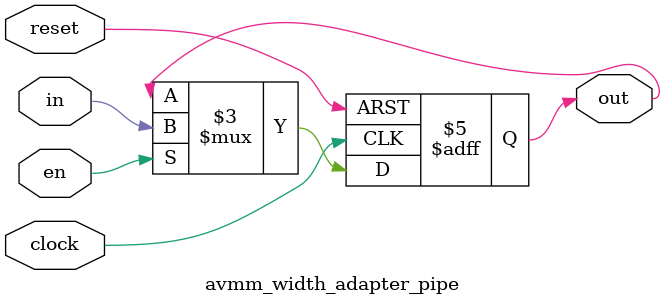
<source format=v>
/*
 * Avalon-MM Adapter Module
 * ------------------------------------------------------
 * By: Thomas Carpenter
 * For: University of Leeds & Georgia Institute of Technology
 * Date: 28th April 2015 (or earlier)
 *
 * Module Description:
 * -------------------
 *
 * This module is designed to act as an adapter to allow a slave-master pair to be connected even if the slave and master have different
 * signal requirements and data widths. The module will allow a narrow master to interface with a larger master, but also slaves and
 * masters of the same width. It does not however fully support a wide master reading from a narrow slave. The module supports connecting
 * a master that is read-only or write-only to a slave that can do both - e.g. a Read-Only DMA controller to an on-chip RAM. In the case
 * that the slave device is narrower than the master device (i.e. this modules master port is narrower than its slave port), the data that
 * is being written will be simply truncated, with only the lower bits being kept, and MSBs of reads will be padded with zeros.
 *
 * It is also possible to use this module to interface a burst capable master with a non burst capable slave in which the read address
 * of the master points to the start of the burst. All of the address incrementing is performed internally and the master is not required
 * to hold its address signal constant during the read. The bursting option only supports burst reads and cannot be enabled on an interface
 * which is no write only. Additionally the slave device must not have a wait request signal but the burst master must. Bursting is optional
 * and can be disabled using the SLAVE_BURST_MAX parameter.
 *
 * Masters that use symbol addressing instead of word addressing are also supported, however it is assumed that the addresses must be word
 * aligned meaning the lower bits are always zero. It could be possible in future to allow non-aligned addresses by internally calculating
 * the symbol aligned byte enable signals. If symbol addressing is to be used, the SLAVE_MEM_SYM_ADDRESS_WIDTH width parameter should be
 * set to the address width of the master, while the SLAVE_MEM_ADDRESS_WIDTH should be set to the word address width. If word addressing
 * is used, both parameters should be set to the same value - the word address width.
 *
 * The module when operating in a mode which can perform read operations (in BRIDGE_IS_WRITEONLY = 0), is only capable of supporting a
 * slave device which has a read latency of 1. There is no pipe-lining in the module meaning it presents also with a read latency of one
 * allowing it to be transparently inserted between the master an slave. Because of this, if there is a large difference in width between
 * the master and slave, then the maximum frequency may suffer.
 *
 *
 * Writing to Wider Master
 * -----------------------
 * 
 * There are times when it is desireable for the master to have a wider width than the slave. To accomplish this, the byte-enable signal
 * on the master is by default used to select which part to write to, with the lower bits of the slave address being used to select which
 * slave-width word in the master to write to. This works fine if byte-enables are supported.
 *
 * However in situations where it is necessary to limit the number of write transations (e.g. to external memory), or where the master
 * interface requires the byte-enable to be disabled, then things get more complicated. For WRITE-ONLY bridges, an extra mode is included
 * which uses data bursts to populate multiple words in the wider master interface with the burst data. This is then written to the master
 * either at the end of the burst (if the whole burst fits into one transaction), or as each master word becomes full.
 *
 * When using the special master burst fill mode, a single burst into the slave interface cannot produce more than a single burst on the
 * master interface. For example if the master has no burst capabilities, the slave burst/offset must fit into a single master word. If
 * the master has a burst capability, the slave burst cannot populate more than the master burst count words.
 *
 */

module avmm_width_adapter_hw #(  
    //Slave port width settings
    parameter SLAVE_MEM_SYMBOL_WIDTH      = 32,                          // The width of the Slave data bus.
    parameter SLAVE_MEM_ADDRESS_WIDTH     = 5,                           // If wider than MASTER_MEM_SYMBOL_WIDTH data will be padded on read and truncated on write
    parameter SLAVE_MEM_SYM_ADDRESS_WIDTH = SLAVE_MEM_ADDRESS_WIDTH,     // Slave address width in 'Symbols'. If the master uses symbols as address units not words, this can be used. Else its the same as below.
    parameter SLAVE_BYTE_EN_WIDTH         = (SLAVE_MEM_SYMBOL_WIDTH/8),  // Must be: (SLAVE_MEM_SYMBOL_WIDTH/BITS_IN_BYTE)

    //Master port width settings                                         
    parameter MASTER_MEM_SYMBOL_WIDTH     = 128,                         // The width of the Master data bus. Must be (SLAVE_MEM_SYMBOL_WIDTH * 2^n), where n is some non-negative integer (including zero)
    parameter MASTER_MEM_ADDRESS_WIDTH    = 3,                           // Width of the Master address signal in 'Words' - Must be >=0 (if 0, then the master address signal is unused)
    parameter MASTER_BYTE_EN_WIDTH        = (MASTER_MEM_SYMBOL_WIDTH/8), // Must be: (MASTER_MEM_SYMBOL_WIDTH/BITS_IN_BYTE)

    //By default the packing factor is a power of two symbols based on the difference in address width.
    //It is possible to change this to a non-power-of-two, but beware timing constraints imposed by doing both division and modulo by this factor.
    //When using wider master, then ensure: MASTER_MEM_SYMBOL_WIDTH = SLAVE_MEM_SYMBOL_WIDTH * PACKING_FACTOR, and ADDR_WIDTH_DIFF = clog2(PACKING_FACTOR)
    //Non-power-of-two can NOT be used in MASTER_BURST_PACKING mode.
    parameter PACKING_FACTOR              = (MASTER_MEM_SYMBOL_WIDTH >= SLAVE_MEM_SYMBOL_WIDTH) ? (MASTER_MEM_SYMBOL_WIDTH / SLAVE_MEM_SYMBOL_WIDTH) : 1,
    parameter ADDR_WIDTH_DIFF             = (SLAVE_MEM_ADDRESS_WIDTH > MASTER_MEM_ADDRESS_WIDTH) ? (SLAVE_MEM_ADDRESS_WIDTH - MASTER_MEM_ADDRESS_WIDTH) : 0,

    //Width adapter global options                                       
    parameter BRIDGE_IS_READONLY          = 0,                           // Set to 1 if the bridge is Read-Only, i.e. there should be no write signals.
    parameter BRIDGE_IS_WRITEONLY         = 0,                           // Set to 1 if the bridge is Write-Only, i.e. there should be no read signals.
    parameter USE_MASTER_BURST_PACKING    = 0,                           // Set to 1 to enable the special master burst packing mode. See description above
    parameter PIPELINE_MASTER_WRITE       = 0,                           // Set to 1 to add an extra clock cycle of latency in the form of pipelining of requests
    parameter PIPELINE_MASTER_READ        = 0,                           // Set to 1 to add an extra clock cycle of latency in the form of pipelining of responses
    
    //These next parameters are used to configure which optional signals the read and write interfaces have so that they can be connected to other masters an slaves which have specific signals without the need
    //of any additional Avalon-MM fabric logic. The signal conversion is done internally here.
    
    //Slave interface signal options
    parameter SLAVE_HAS_BYTE_EN           = 1,                           // Set to 1 if the slave requires a byte enable
    parameter SLAVE_HAVE_WAITREQ          = 0,                           // Set to 1 if the slave requires a wait request signal (asserts high)
    parameter SLAVE_HAVE_READ             = 0,                           // Set to 1 if the slave requires a read signal - some masters have no read signal and expect the slave to perform reads when 'write' is low.
    parameter SLAVE_HAVE_CHIPSEL          = 0,                           // Set to 1 if the slave requires a chip select signal
    parameter SLAVE_HAVE_CLOCKEN          = 1,                           // Set to 1 if the slave requires a clock enable signal
    parameter SLAVE_READ_INVERTED         = 0,                           // Set to 1 if the read signal is inverted - i.e. a read_n signal.
    parameter SLAVE_BURST_MAX             = 0,                           // Only used if BRIDGE_IS_READONLY == 1. Setting this to >0 will enable bursting capabilities for slave port. Else set to 0 to disable.
    parameter SLAVE_BURST_WIDTH           = 1,                           // If the above is >0, this sets the width of the burst count signal.
    
    //Master interface signal options
    parameter MASTER_HAVE_WAITREQ         = 0,                           // Set to 1 if the master should have a wait request signal (asserts high)
    parameter MASTER_HAVE_READ            = 0,                           // Set to 1 if the master should have a write signal
    parameter MASTER_HAVE_CHIPSEL         = 1,                           // Set to 1 if the master should have a chip select signal
    parameter MASTER_HAVE_CLOCKEN         = 1,                           // Set to 1 if the master should have a clock enable signal
    parameter MASTER_BURST_MAX            = 0,                           // Setting this to >0 only allowed in special master burst packing mode. Else set to 0 to disable.
    parameter MASTER_BURST_WIDTH          = 1,                           // If the above is >0, this sets the width of the burst count signal. This must be max(1,SLAVE_BURST_WIDTH - (SLAVE_MEM_ADDRESS_WIDTH - MASTER_MEM_ADDRESS_WIDTH))
    
    //This should not be changed, it is used to allow there to be no master address port without causing an error.
    parameter MASTER_ADDR_WIDTH           = ((MASTER_MEM_ADDRESS_WIDTH == 0) ? 1 : MASTER_MEM_ADDRESS_WIDTH) //If there is no master address (width==0), then make the port 1 to avoid error.
    
)
(
    input                                    clock,
    input                                    reset,            // Active high reset, used only for burst logic and read address multiplexing.
    
    //Slave Avalon-MM Port
    input  [SLAVE_MEM_SYM_ADDRESS_WIDTH-1:0] slave_address,    // REQUIRED! Lower bits used to select which 'Slave Word' in the 'Master Word' that we want.
    input  [        SLAVE_BYTE_EN_WIDTH-1:0] slave_byte_en,    // Used only if SLAVE_HAS_BYTE_EN is 1
    input                                    slave_chip_sel,   // Used only if SLAVE_HAVE_CHIPSEL is 1
    input                                    slave_clock_en,   // Used only if SLAVE_HAVE_CLOCKEN is 1
    output                                   slave_waitreq,    // Used only if SLAVE_HAVE_WAITREQ is 1
    input                                    slave_write,      // \__ These two are only used if BRIDGE_IS_READONLY
    input  [     SLAVE_MEM_SYMBOL_WIDTH-1:0] slave_writedata,  // /   is set to zero, otherwise leave unconnected
    input                                    slave_read,       // \__ These two are only used if BRIDGE_IS_WRITEONLY
    output [     SLAVE_MEM_SYMBOL_WIDTH-1:0] slave_readdata,   // /   is set to zero, otherwise leave unconnected
    input  [          SLAVE_BURST_WIDTH-1:0] slave_burstcount, // \__ These two are only used if bursting on the read
    output                                   slave_valid,      // /   interface is enabled by setting SLAVE_BURST_MAX > 0
    
    //Master Avalon-MM Port
    output [          MASTER_ADDR_WIDTH-1:0] master_address,   // Only used if MASTER_MEM_ADDRESS_WIDTH > 0
    output [       MASTER_BYTE_EN_WIDTH-1:0] master_byte_en,   // REQUIRED! This is used to select which 'Slave Word' to write or read from in the 'Master Word'.
    output                                   master_chip_sel,  // Used only if MASTER_HAVE_CHIPSEL is 1
    output                                   master_clock_en,  // Used only if MASTER_HAVE_CLOCKEN is 1
    input                                    master_waitreq,   // Used only if MASTER_HAVE_WAITREQ is 1
    output                                   master_write,     // \__ These two are only used if BRIDGE_IS_READONLY
    output [    MASTER_MEM_SYMBOL_WIDTH-1:0] master_writedata, // /   is set to zero, otherwise leave unconnected
    output                                   master_read,      // \__ These two are only used if BRIDGE_IS_WRITEONLY
    input  [    MASTER_MEM_SYMBOL_WIDTH-1:0] master_readdata,  // /   is set to zero, otherwise leave unconnected
    output [         MASTER_BURST_WIDTH-1:0] master_burstcount // Used in special master burst packing mode only
);

//Pin width difference to 1 to ensure signal widths cope.
localparam ADDR_WIDTH_DIFF_I = (ADDR_WIDTH_DIFF == 0) ? 1 : ADDR_WIDTH_DIFF;

//If the slave interface is addressed in Symbols rather than Words, we drop the lower address bits to round it to the nearest word.
wire [(SLAVE_MEM_ADDRESS_WIDTH-1):0] slave_address_word;
generate if (SLAVE_MEM_SYM_ADDRESS_WIDTH > SLAVE_MEM_ADDRESS_WIDTH) begin
    assign slave_address_word = slave_address[SLAVE_MEM_SYM_ADDRESS_WIDTH-1:(SLAVE_MEM_SYM_ADDRESS_WIDTH-SLAVE_MEM_ADDRESS_WIDTH)];
end else begin
    assign slave_address_word = slave_address;
end endgenerate

//Internal signals
reg slave_bursting;
reg [SLAVE_MEM_ADDRESS_WIDTH-1:0] internal_address;
reg [    SLAVE_BYTE_EN_WIDTH-1:0] internal_byte_en;    //create an internal byte enable signal which will be demultiplexed out to the masters byte enables.
reg [   MASTER_BYTE_EN_WIDTH-1:0] internal_mbyte_en;   //Override for master byte enable in some modes
reg [MASTER_MEM_SYMBOL_WIDTH-1:0] internal_mwritedata; //write data possibly buffered to align with control signals if required.

// Generated internal signals based on whether the slave has the source signal or not
wire internal_read;
wire internal_chip_sel;
wire internal_clock_en;
wire internal_waitreq;

function [MASTER_BYTE_EN_WIDTH-1:0] byteEnPack(
    input [  ADDR_WIDTH_DIFF_I-1:0] lowAddr,
    input [SLAVE_BYTE_EN_WIDTH-1:0] slvByteEn
);
integer wordCnt;
begin
    byteEnPack = {(MASTER_BYTE_EN_WIDTH){1'b0}};
    for (wordCnt = 0; wordCnt < PACKING_FACTOR; wordCnt=wordCnt+1) begin
        byteEnPack[(wordCnt*SLAVE_BYTE_EN_WIDTH)+:SLAVE_BYTE_EN_WIDTH] = (lowAddr == wordCnt[ADDR_WIDTH_DIFF_I-1:0]) ? slvByteEn : {(SLAVE_BYTE_EN_WIDTH){1'b0}}; 
    end
end endfunction

genvar i;
generate
    
if (!SLAVE_HAVE_READ || BRIDGE_IS_WRITEONLY) begin
    //If the slave has no read signal or this is a write only bridge, then we are always reading if not write only.
    assign internal_read = !BRIDGE_IS_WRITEONLY;
end else if (SLAVE_READ_INVERTED) begin
    //If the read signal on the slave interface is inverted, i.e. active low, then we add an inverter to correct it for our internal logic
    assign internal_read = !slave_read;
end else begin
    assign internal_read = slave_read;
end
if (SLAVE_HAVE_CLOCKEN) begin                   
    assign internal_clock_en = slave_clock_en;  //Slave controls if clock is enabled
end else begin
    assign internal_clock_en = 1'b1;            //Else internally we are always enabled.
end
if (SLAVE_HAVE_CHIPSEL) begin
    assign internal_chip_sel = slave_chip_sel;  //Slave controls if chip select is high
end else begin
    assign internal_chip_sel = 1'b1;            //Internally we are always selected.
end
if (MASTER_HAVE_WAITREQ) begin
    assign internal_waitreq = master_waitreq;  //Master controls if we wait
end else begin
    assign internal_waitreq = 1'b0;            //Else master never requires us to wait
end

//Enable pipeline stages (if used) when we are not being asked to wait, or when we are in a burst.
//Also enable when the pipeline doesn't contain a pending read or write to allow prefetching (some
//slaves won't deassert the wait request until a request is made).
wire pipe_enable;
assign pipe_enable = slave_bursting || !internal_waitreq || (PIPELINE_MASTER_WRITE && !(master_write || master_read));
    
//Whether using master burst logic
localparam BURST_PACKING_MASTER = (BRIDGE_IS_WRITEONLY && USE_MASTER_BURST_PACKING);

//Next we select whether bursting is enabled, and based on that connect up the master and slave control signals depending
//on which are enabled.
localparam BURST_MODE_ENABLED = (SLAVE_BURST_MAX > 0) && (SLAVE_HAVE_WAITREQ) && (BRIDGE_IS_READONLY) && (!MASTER_HAVE_WAITREQ);

if (BURST_PACKING_MASTER) begin
    
    //If using special master burst write packing mode
    
    ////// This mode is untested and will need a revisit in the logic.
    
    //Burst begins on a write when we are not in the middle of a burst
    wire burst_begin;
    assign burst_begin = (internal_clock_en && internal_chip_sel && slave_write && !internal_waitreq && !slave_bursting);
    
    //Work out the master burst count based on the ceiling division by the difference in address width
    //The number of slave words is the slave burst count, plus the starting offset in the master word.
    //We then add the max burst address and truncate to ensure the truncation is a ceiling division by 2.
    localparam MAX_BURST_ADDR = PACKING_FACTOR - 1;
    wire [SLAVE_BURST_WIDTH-1:0] slave_burst_words_in_master;
    assign slave_burst_words_in_master = ((slave_address_word % PACKING_FACTOR[ADDR_WIDTH_DIFF_I:0]) + slave_burstcount + MAX_BURST_ADDR[SLAVE_BURST_WIDTH-1:0]);
    
    reg [MASTER_BURST_WIDTH-1:0] internal_burstcount;
    avmm_width_adapter_pipe #(
        .WIDTH(MASTER_BURST_WIDTH),
        .BYPASS(!PIPELINE_MASTER_WRITE)
    ) burstCount (
        .clock(clock),
        .reset(reset),
        
        .in(internal_burstcount),
        .en(pipe_enable),
        .out(master_burstcount)
    );
    
    wire [MASTER_MEM_SYMBOL_WIDTH-1:0] duplicated_writedata;
    assign duplicated_writedata = {(PACKING_FACTOR){slave_writedata}};
    
    wire [MASTER_BYTE_EN_WIDTH-1:0] initial_byteen;
    assign initial_byteen = byteEnPack(slave_address_word[ADDR_WIDTH_DIFF_I-1:0], SLAVE_HAS_BYTE_EN ? slave_byte_en : {(SLAVE_BYTE_EN_WIDTH){1'b1}});

    wire [MASTER_BYTE_EN_WIDTH-1:0] remaining_byteen;
    assign remaining_byteen = byteEnPack(internal_address[ADDR_WIDTH_DIFF_I-1:0], internal_byte_en);

    wire clear_mbe;
    assign clear_mbe = (internal_address[ADDR_WIDTH_DIFF_I-1:0] == {(ADDR_WIDTH_DIFF_I){1'b1}});

    //Create the bursting logic. This handles taking burst write requests from the slave and converting them into a packed
    //burst that is sent to the master. Address incrementing is performed here as well.
    reg  [SLAVE_BURST_WIDTH-1:0] slave_burstremaining;
    wire [ADDR_WIDTH_DIFF_I-1:0] wordOffset;
    assign wordOffset = internal_address[ADDR_WIDTH_DIFF_I-1:0];
    always @ (posedge clock or posedge reset) begin
        if (reset) begin
            slave_bursting        <= 1'b0;
            internal_address      <= 1'b0;
            internal_byte_en      <= 1'b0;
            internal_mbyte_en     <= 1'b0;
            slave_burstremaining  <= 1'b0;
            internal_burstcount   <= 1'b0;
        end else begin
            if (burst_begin) begin 
                //if this is a read request, and we are not currently bursting, then we are read to accept a burst, so load the address and burst count
                internal_mwritedata[initial_byteen]   <= duplicated_writedata;
                internal_burstcount                   <= slave_burst_words_in_master / PACKING_FACTOR[ADDR_WIDTH_DIFF_I:0];
                internal_address                      <= slave_address_word;                           //load the starting address.
                internal_byte_en                      <= SLAVE_HAS_BYTE_EN ? slave_byte_en : {(SLAVE_BYTE_EN_WIDTH){1'b1}};
                internal_mbyte_en                     <= initial_byteen;
                slave_bursting                        <= (slave_burstcount != 1'b0);                   //only started bursting if non-zero length.
                slave_burstremaining                  <= slave_burstcount;                             //load the total number of words to read.
            end else if (slave_burstremaining > 1'b1) begin
                //If there are still some words outstanding, then request the next
                internal_mwritedata[remaining_byteen] <= duplicated_writedata;
                internal_address                      <= internal_address + 1'b1;                      //read the next word from the next address
                internal_mbyte_en                     <= (clear_mbe ? 1'b0: internal_mbyte_en) | remaining_byteen;
                slave_burstremaining                  <= slave_burstremaining - 1'b1;                  //and there will be one less burst remaining.
                slave_bursting                        <= 1'b1;                                         //we are still bursting.
            end else begin
                slave_burstremaining                  <= 1'b0;                                         //Otherwise there are none remaining
                slave_bursting                        <= 1'b0;                                         //And we have finished bursting.
            end
        end
    end
    
    
    //Never reading in master burst write mode
    assign master_read = 1'b0;
    
    //Enable the master interface only during the burst.
    avmm_width_adapter_pipe #(
        .WIDTH(1),
        .BYPASS(!PIPELINE_MASTER_WRITE)
    ) masterWrite (
        .clock(clock),
        .reset(reset),
        
        .in(slave_bursting),
        .en(1'b1),
        .out(master_write)
    );
    assign master_clock_en = master_write;
    assign master_chip_sel = master_write;
    
    //We only allow 1 outstanding read request, so while we are bursting, the slave must wait for us to finish, and for master to be ready
    assign slave_waitreq = slave_bursting || internal_waitreq;
    
end else if (!BURST_MODE_ENABLED) begin
    
    // If bursting is disabled, or the bridge is not read only, or the master has a wait request, or the slave doesn't, then we can't burst with the current settings!
    
    always @ * begin
        slave_bursting          <= 1'b0;                                         //Terminate the internal burst signal as we have no burst capability
        internal_address        <= slave_address_word;                           //The internal address is just the slave address as no burst incrementing required
        internal_byte_en        <= SLAVE_HAS_BYTE_EN ? slave_byte_en : {(SLAVE_BYTE_EN_WIDTH){1'b1}};
        if (SLAVE_MEM_SYMBOL_WIDTH > MASTER_MEM_SYMBOL_WIDTH) begin
            internal_mwritedata <= slave_writedata[MASTER_MEM_SYMBOL_WIDTH-1:0]; //Simply truncate write data if master port is narrower.
        end else begin
            internal_mwritedata <= {(PACKING_FACTOR){slave_writedata}};          //Otherwise duplicate the slave write data to all master write data symbols as byteen controls access.
        end
    end
    
    //Now connect up other sideband signals
    assign slave_waitreq = !pipe_enable; //Wait while the pipeline is held.
    
    avmm_width_adapter_pipe #(
        .WIDTH(MASTER_BURST_WIDTH + 3),
        .BYPASS(!PIPELINE_MASTER_WRITE)
    ) masterCtl (
        .clock(clock),
        .reset(reset),
        
        .in({slave_burstcount,internal_read,internal_chip_sel,internal_clock_en}),
        .en(pipe_enable),
        .out({master_burstcount,master_read,master_chip_sel,master_clock_en})
    );
    
    if (BRIDGE_IS_READONLY) begin
        assign master_write = 1'b0;
    end else begin
        avmm_width_adapter_pipe #(
            .WIDTH(1),
            .BYPASS(!PIPELINE_MASTER_WRITE)
        ) masterWrite (
            .clock(clock),
            .reset(reset),
            
            .in(slave_write),
            .en(pipe_enable),
            .out(master_write)
        );
    end
    
end else begin

    //Otherwise we have all the required control signals to burst and bursting was requested.
    //Master cannot have a wait request, so this is relatively simple logic to handle.
    wire burst_begin;
    assign burst_begin = (internal_clock_en && internal_chip_sel && internal_read && !slave_bursting);
    
    //This is a readonly mode, so writedata is ignored.
    always @ * begin
        internal_mwritedata <= 1'b0;
    end
    
    //Create the bursting logic. This handles taking burst read requests from the slave and converting them into the individual read requests
    //that are sent to the master. Address incrementing is performed here as well.
    reg [ SLAVE_BURST_WIDTH-1:0] slave_burstremaining;
    always @ (posedge clock or posedge reset) begin
        if (reset) begin
            slave_bursting <= 1'b0;
            internal_address <= 1'b0;
            internal_byte_en <= 1'b0;
            slave_burstremaining <= 1'b0;
        end else begin
            if (burst_begin) begin 
                //if this is a read request, and we are not currently bursting, then we are read to accept a burst, so load the address and burst count
                internal_address <= slave_address_word;                     //load the starting address.
                internal_byte_en <= SLAVE_HAS_BYTE_EN ? slave_byte_en : {(SLAVE_BYTE_EN_WIDTH){1'b1}}; //same byte enable for all burst words
                slave_bursting <= (slave_burstcount != 1'b0);               //only started bursting if non-zero length.
                slave_burstremaining <= slave_burstcount;                   //load the total number of words to read.
            end else if (slave_burstremaining > 1'b1) begin
                //If there are still some words outstanding, then request the next
                internal_address <= internal_address + 1'b1;                //read the next word from the next address
                slave_burstremaining <= slave_burstremaining - 1'b1;        //and there will be one less burst remaining.
                slave_bursting <= 1'b1;                                     //we are still bursting.
            end else begin
                slave_burstremaining <= 1'b0;                               //Otherwise there are none remaining
                slave_bursting <= 1'b0;                                     //And we have finished bursting.
            end
        end
    end
    
    //Never writing in read burst mode
    assign master_write = 1'b0;
    
    //Enable the master interface only during the burst.
    avmm_width_adapter_pipe #(
        .WIDTH(1),
        .BYPASS(!PIPELINE_MASTER_WRITE)
    ) masterRead (
        .clock(clock),
        .reset(reset),
        
        .in(slave_bursting),
        .en(1'b1),
        .out(master_read)
    );
    assign master_clock_en = master_read;
    assign master_chip_sel = master_read;
    
    //We only allow 1 outstanding read request, so while we are bursting, the slave must wait for us to finish!
    assign slave_waitreq = slave_bursting;
        
end 

//Connect the write specific signals
if (!BRIDGE_IS_READONLY) begin
    //If the bridge is not read only, then we have a write interface
    avmm_width_adapter_pipe #(
        .WIDTH(MASTER_MEM_SYMBOL_WIDTH),
        .BYPASS(!PIPELINE_MASTER_WRITE)
    ) writeData (
        .clock(clock),
        .reset(reset),
        
        .in(internal_mwritedata),
        .en(pipe_enable),
        .out(master_writedata)
    );
end else begin 
    assign master_writedata = 1'b0; //Terminate the write data signal.
end

//Next we generate the selection logic to determine which part of the master interface we need to read from or write too.
if (SLAVE_MEM_ADDRESS_WIDTH > MASTER_MEM_ADDRESS_WIDTH) begin
    //We only need the selection logic if the master has a larger word width than the slave
    
    //Calculate the address and symbol offset for the master interface
    wire [SLAVE_MEM_ADDRESS_WIDTH-1:0] internal_maddress;
    wire [      ADDR_WIDTH_DIFF_I-1:0] internal_moffset;
    parameter PACKING_FACTOR_MASK = PACKING_FACTOR - 1;
    if (!(PACKING_FACTOR & PACKING_FACTOR_MASK)) begin
        // For powers of two, the divide will optimise to simple shift, and modulo can be done as a mask.
        assign internal_maddress = internal_address / PACKING_FACTOR[ADDR_WIDTH_DIFF_I:0];
        assign internal_moffset = internal_address[ADDR_WIDTH_DIFF_I-1:0] & PACKING_FACTOR_MASK[ADDR_WIDTH_DIFF_I-1:0];
    end else begin
        lpm_divide #(
            .lpm_drepresentation("UNSIGNED"                                   ),
            .lpm_hint           ("MAXIMIZE_SPEED=6,LPM_REMAINDERPOSITIVE=TRUE"),
            .lpm_nrepresentation("UNSIGNED"                                   ),
            .lpm_pipeline       (0                                            ),
            .lpm_type           ("LPM_DIVIDE"                                 ),
            .lpm_widthd         (ADDR_WIDTH_DIFF_I                            ),
            .lpm_widthn         (SLAVE_MEM_ADDRESS_WIDTH                      )
        ) addrDivMod (
            .clock (clock),
            .aclr  (reset),
            .clken (1'b1),
            // Div/Mod internal address by the constant packing factor
            .numer (internal_address),
            .denom (PACKING_FACTOR[ADDR_WIDTH_DIFF_I-1:0]),
            // Quotient is address, remainder is symbol offset.
            .quotient (internal_maddress),
            .remain (internal_moffset)
        );
    end
    
    //Pass the divided address straight through to the master but only if we have a master address signal.
    if (MASTER_MEM_ADDRESS_WIDTH != 0) begin
        avmm_width_adapter_pipe #(
            .WIDTH(MASTER_ADDR_WIDTH),
            .BYPASS(!PIPELINE_MASTER_WRITE)
        ) address (
            .clock(clock),
            .reset(reset),
            
            .in(internal_maddress[MASTER_ADDR_WIDTH-1:0]),
            .en(pipe_enable),
            .out(master_address)
        );
    end
    
    //For each slave word in the master data bus, we only enable it if that word is selected by the address
    //This logic ensures that only one slave word in the master is ever selected.
    avmm_width_adapter_pipe #(
        .WIDTH(MASTER_BYTE_EN_WIDTH),
        .BYPASS(!PIPELINE_MASTER_WRITE)
    ) byteen (
        .clock(clock),
        .reset(reset),
        
        .in((BURST_PACKING_MASTER ? internal_mbyte_en : byteEnPack(internal_moffset[ADDR_WIDTH_DIFF_I-1:0], internal_byte_en))),
        .en(pipe_enable),
        .out(master_byte_en)
    );

    //Connect the read specific signals
    if (!BRIDGE_IS_WRITEONLY) begin
        
        //in burst mode, slave_bursting controls reading of data, else use other signals.
        wire internal_readdatavalid;
        avmm_width_adapter_pipe #(
            .WIDTH(1),
            .BYPASS(!PIPELINE_MASTER_WRITE)
        ) readValid (
            .clock(clock),
            .reset(reset),
            
            .in((BURST_MODE_ENABLED ? slave_bursting : (internal_chip_sel && internal_clock_en && internal_read && !internal_waitreq))),
            .en(1'b1),
            .out(internal_readdatavalid)
        );
        
        //We also need to delay the lower bits of the address as well so we can use them as the select signal for the read data multiplexer.
        wire [ADDR_WIDTH_DIFF_I-1:0] internal_readdataselect;
        avmm_width_adapter_pipe #(
            .WIDTH(ADDR_WIDTH_DIFF_I),
            .BYPASS(!PIPELINE_MASTER_WRITE)
        ) addrRem (
            .clock(clock),
            .reset(reset),
            
            .in(internal_moffset[ADDR_WIDTH_DIFF_I-1:0]),
            .en(pipe_enable),
            .out(internal_readdataselect)
        );
    
        //As the slave read data and master read data are different widths, we need to add a multiplexer to select which part of the master data
        //bus we send through to the slave. So add a multiplexer.
        avmm_width_adapter_mux #(
            .MUX_SELECT_WIDTH(ADDR_WIDTH_DIFF_I), //Multiplexer is larger enough to bring all of the symbols in the master down to the slave.
            .SYMBOL_WIDTH(SLAVE_MEM_SYMBOL_WIDTH),
            .MUX_INPUTS(PACKING_FACTOR),
            .READDATA_LATENCY(1),
            .PIPELINE(PIPELINE_MASTER_READ)
        ) readData (
            .clock(clock),
            .reset(reset),
            .in(master_readdata), //Master data goes in
            .validIn(internal_readdatavalid),
            .select(internal_readdataselect),
            .out(slave_readdata), //Multiplexed data comes out to the slave
            .validOut(slave_valid)
        );
    end

end else begin
    
    //Otherwise, generate some simple pass through logic if the addresses are equal

    //Pass the address straight through if we have a master address signal
    if (MASTER_MEM_ADDRESS_WIDTH != 0) begin
        avmm_width_adapter_pipe #(
            .WIDTH(MASTER_ADDR_WIDTH),
            .BYPASS(!PIPELINE_MASTER_WRITE)
        ) address (
            .clock(clock),
            .reset(reset),
            
            .in(internal_address),
            .en(pipe_enable),
            .out(master_address)
        );
    end
    
    //And connect a truncated version of the slave byte enable
    avmm_width_adapter_pipe #(
        .WIDTH(MASTER_BYTE_EN_WIDTH),
        .BYPASS(!PIPELINE_MASTER_WRITE)
    ) byteen (
        .clock(clock),
        .reset(reset),
        
        .in(internal_byte_en[MASTER_BYTE_EN_WIDTH-1:0]),
        .en(pipe_enable),
        .out(master_byte_en)
    );
    
    //Connect the read specific signals
    if (!BRIDGE_IS_WRITEONLY) begin
        
        //in burst mode, slave_bursting controls reading of data, else use other signals.
        wire internal_readdatavalid;
        avmm_width_adapter_pipe #(
            .WIDTH(1),
            .BYPASS(!PIPELINE_MASTER_WRITE)
        ) readValid (
            .clock(clock),
            .reset(reset),
            
            .in((BURST_MODE_ENABLED ? slave_bursting : (internal_chip_sel && internal_clock_en && internal_read && !internal_waitreq))),
            .en(1'b1),
            .out(internal_readdatavalid)
        );
        
        localparam PADDING_WIDTH = SLAVE_MEM_SYMBOL_WIDTH - MASTER_MEM_SYMBOL_WIDTH;
        wire [MASTER_MEM_SYMBOL_WIDTH-1:0] internal_mreaddata;
        avmm_width_adapter_mux #(
            .MUX_SELECT_WIDTH(1),
            .SYMBOL_WIDTH(MASTER_MEM_SYMBOL_WIDTH),
            .MUX_INPUTS(1),
            .READDATA_LATENCY(1),
            .PIPELINE(PIPELINE_MASTER_READ)
        ) readData (
            .clock(clock),
            .reset(reset),
            .in(master_readdata),
            .validIn(internal_readdatavalid),
            .select(1'b0),
            .out(internal_mreaddata),
            .validOut(slave_valid)
        );
        assign slave_readdata = {{(PADDING_WIDTH){1'b0}},internal_mreaddata}; //Pad the master readdata bus to the slave readdata width.
    end
    
end 

endgenerate



endmodule

/*
 * Width Adapter Helper - Multiplexer
 *
 * This module is simply a multiplexer for a data bus. Nothing particularly special.
 */
module avmm_width_adapter_mux #(
    parameter MUX_SELECT_WIDTH = 2,
    parameter SYMBOL_WIDTH = 32,
    parameter MUX_INPUTS = (1<<MUX_SELECT_WIDTH),
    parameter READDATA_LATENCY = 1,
    parameter PIPELINE = 0
)(
    input                                      clock,
    input                                      reset,
    input      [(MUX_INPUTS*SYMBOL_WIDTH)-1:0] in,
    input                                      validIn,
    input      [         MUX_SELECT_WIDTH-1:0] select,
    output reg [             SYMBOL_WIDTH-1:0] out,
    output reg                                 validOut
);

genvar i;
generate 

// Account for any latency in the read data
reg [MUX_SELECT_WIDTH-1:0] selectDly [READDATA_LATENCY:0];
reg                        validDly  [READDATA_LATENCY:0];
always @ * begin
    selectDly[0] <= select;
    validDly[0] <= validIn;
end
for (i = 0; i < READDATA_LATENCY; i = i + 1) begin : dly_loop
    always @ (posedge clock or posedge reset) begin
        if (reset) begin
            selectDly[i+1] <= 1'b0;
            validDly[i+1]  <= 1'b0;
        end else begin
            if ((i > 0) || validDly[i]) begin
                selectDly[i+1] <= selectDly[i];
            end
            validDly[i+1]  <= validDly[i];
        end
    end
end

wire [SYMBOL_WIDTH-1:0] mux [MUX_INPUTS-1:0];
for (i = 0; i < MUX_INPUTS; i=i+1) begin : mux_loop
    localparam j = i * SYMBOL_WIDTH;
    assign mux[i] = in[j+:SYMBOL_WIDTH]; //Connect all the symbols on the wider input. Each symbol goes to a different multiplexer input
end

if (PIPELINE) begin
    always @ (posedge clock or posedge reset) begin
        if (reset) begin
            out      <= 1'b0;
            validOut <= 1'b0;
        end else begin
            out      <= mux[selectDly[READDATA_LATENCY]]; //Select which one we want!
            validOut <= validDly[READDATA_LATENCY];
        end
    end
end else begin
    always @ * begin
        out      <= mux[selectDly[READDATA_LATENCY]]; //Select which one we want!
        validOut <= validDly[READDATA_LATENCY];
    end
end

endgenerate

endmodule

module avmm_width_adapter_pipe #(
    parameter WIDTH = 1,
    parameter BYPASS = 0,
    parameter RST_HIGH = 0
)(
    input clock,
    input reset,
    
    input      [WIDTH-1:0] in,
    input                  en,
    output reg [WIDTH-1:0] out
);

generate if (BYPASS) begin
    always @ * begin
        out <= in[WIDTH-1:0];
    end
end else begin
    always @ (posedge clock or posedge reset) begin
        if (reset) begin
            out <= {(WIDTH){RST_HIGH[0]}};
        end else if (en) begin
            //Don't send until the master stops asking us to wait
            out <= in[WIDTH-1:0];
        end
    end
end endgenerate

endmodule

</source>
